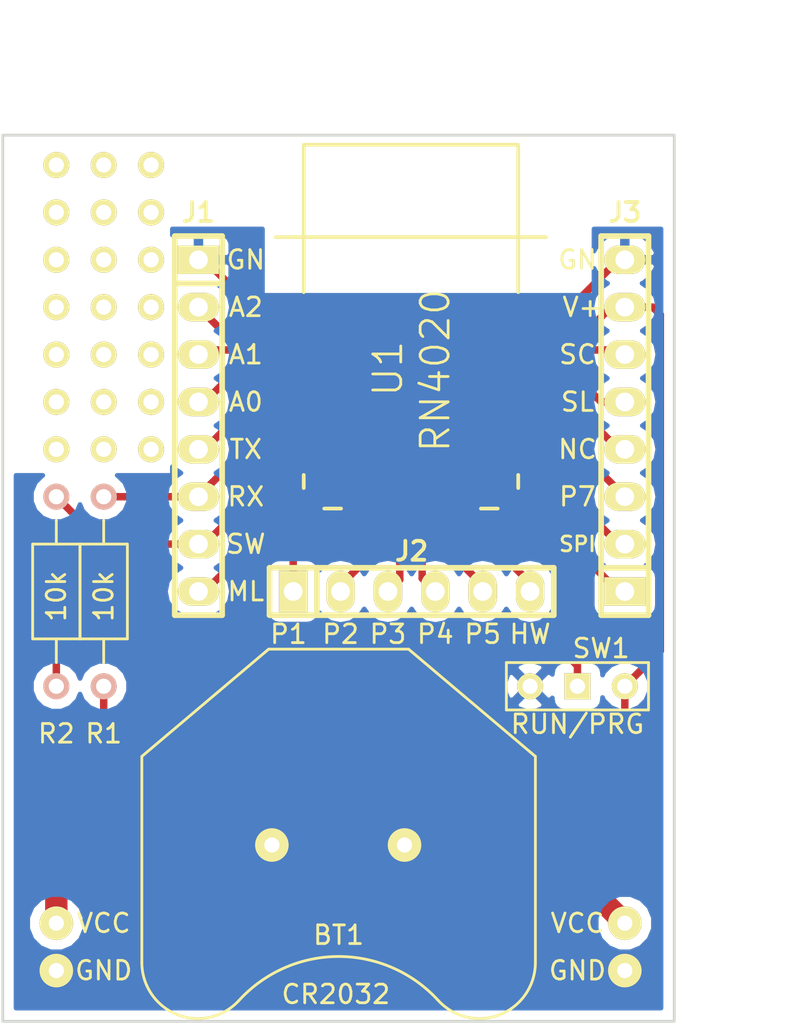
<source format=kicad_pcb>
(kicad_pcb (version 4) (host pcbnew 4.0.4-stable)

  (general
    (links 38)
    (no_connects 6)
    (area 99.924999 93.26 147.22 151.533099)
    (thickness 1.6)
    (drawings 35)
    (tracks 115)
    (zones 0)
    (modules 35)
    (nets 23)
  )

  (page A4)
  (layers
    (0 F.Cu signal)
    (31 B.Cu signal)
    (32 B.Adhes user)
    (33 F.Adhes user)
    (34 B.Paste user)
    (35 F.Paste user)
    (36 B.SilkS user)
    (37 F.SilkS user)
    (38 B.Mask user)
    (39 F.Mask user)
    (40 Dwgs.User user)
    (41 Cmts.User user)
    (42 Eco1.User user)
    (43 Eco2.User user)
    (44 Edge.Cuts user)
    (45 Margin user)
    (46 B.CrtYd user)
    (47 F.CrtYd user)
    (48 B.Fab user)
    (49 F.Fab user)
  )

  (setup
    (last_trace_width 0.4)
    (trace_clearance 0.2)
    (zone_clearance 0.508)
    (zone_45_only no)
    (trace_min 0.2)
    (segment_width 0.2)
    (edge_width 0.15)
    (via_size 0.8)
    (via_drill 0.4)
    (via_min_size 0.8)
    (via_min_drill 0.4)
    (uvia_size 0.3)
    (uvia_drill 0.1)
    (uvias_allowed no)
    (uvia_min_size 0.2)
    (uvia_min_drill 0.1)
    (pcb_text_width 0.3)
    (pcb_text_size 1.5 1.5)
    (mod_edge_width 0.15)
    (mod_text_size 1 1)
    (mod_text_width 0.15)
    (pad_size 1.397 1.397)
    (pad_drill 0.8128)
    (pad_to_mask_clearance 0.2)
    (aux_axis_origin 100 147.5)
    (visible_elements FFFFFF7F)
    (pcbplotparams
      (layerselection 0x010f0_80000001)
      (usegerberextensions true)
      (excludeedgelayer false)
      (linewidth 0.100000)
      (plotframeref false)
      (viasonmask false)
      (mode 1)
      (useauxorigin false)
      (hpglpennumber 1)
      (hpglpenspeed 20)
      (hpglpendiameter 15)
      (hpglpenoverlay 2)
      (psnegative false)
      (psa4output false)
      (plotreference true)
      (plotvalue true)
      (plotinvisibletext false)
      (padsonsilk true)
      (subtractmaskfromsilk false)
      (outputformat 1)
      (mirror false)
      (drillshape 0)
      (scaleselection 1)
      (outputdirectory garber))
  )

  (net 0 "")
  (net 1 GND)
  (net 2 VCC)
  (net 3 "Net-(J1-Pad2)")
  (net 4 "Net-(J1-Pad3)")
  (net 5 "Net-(J1-Pad4)")
  (net 6 "Net-(J1-Pad5)")
  (net 7 "Net-(J1-Pad6)")
  (net 8 "Net-(J1-Pad7)")
  (net 9 "Net-(J1-Pad8)")
  (net 10 "Net-(J2-Pad1)")
  (net 11 "Net-(J2-Pad2)")
  (net 12 "Net-(J2-Pad3)")
  (net 13 "Net-(J2-Pad4)")
  (net 14 "Net-(J2-Pad5)")
  (net 15 "Net-(J2-Pad6)")
  (net 16 "Net-(J3-Pad1)")
  (net 17 "Net-(J3-Pad2)")
  (net 18 "Net-(J3-Pad3)")
  (net 19 "Net-(J3-Pad4)")
  (net 20 "Net-(J3-Pad5)")
  (net 21 "Net-(J3-Pad6)")
  (net 22 "Net-(R2-Pad2)")

  (net_class Default "これは標準のネット クラスです。"
    (clearance 0.2)
    (trace_width 0.4)
    (via_dia 0.8)
    (via_drill 0.4)
    (uvia_dia 0.3)
    (uvia_drill 0.1)
    (add_net "Net-(J1-Pad2)")
    (add_net "Net-(J1-Pad3)")
    (add_net "Net-(J1-Pad4)")
    (add_net "Net-(J1-Pad5)")
    (add_net "Net-(J1-Pad6)")
    (add_net "Net-(J1-Pad7)")
    (add_net "Net-(J1-Pad8)")
    (add_net "Net-(J2-Pad1)")
    (add_net "Net-(J2-Pad2)")
    (add_net "Net-(J2-Pad3)")
    (add_net "Net-(J2-Pad4)")
    (add_net "Net-(J2-Pad5)")
    (add_net "Net-(J2-Pad6)")
    (add_net "Net-(J3-Pad1)")
    (add_net "Net-(J3-Pad2)")
    (add_net "Net-(J3-Pad3)")
    (add_net "Net-(J3-Pad4)")
    (add_net "Net-(J3-Pad5)")
    (add_net "Net-(J3-Pad6)")
    (add_net "Net-(R2-Pad2)")
  )

  (net_class Beta ""
    (clearance 0.2)
    (trace_width 1.2)
    (via_dia 0.8)
    (via_drill 0.4)
    (uvia_dia 0.3)
    (uvia_drill 0.1)
  )

  (net_class Bold ""
    (clearance 0.2)
    (trace_width 0.4)
    (via_dia 0.8)
    (via_drill 0.4)
    (uvia_dia 0.3)
    (uvia_drill 0.1)
    (add_net GND)
    (add_net VCC)
  )

  (module kicad_libs:via (layer F.Cu) (tedit 57E1F7FF) (tstamp 57E1FA7B)
    (at 102.87 116.84)
    (fp_text reference "" (at 0 0.5) (layer F.SilkS) hide
      (effects (font (size 0.127 0.127) (thickness 0.03175)))
    )
    (fp_text value "" (at 0 -0.5) (layer F.Fab)
      (effects (font (size 0.127 0.127) (thickness 0.03175)))
    )
    (pad "" thru_hole circle (at 0 0) (size 1.397 1.397) (drill 0.8128) (layers *.Cu *.Mask F.SilkS)
      (solder_mask_margin -0.000001) (clearance -0.000001) (zone_connect 2))
  )

  (module kicad_libs:via (layer F.Cu) (tedit 57E1F7FF) (tstamp 57E1F89C)
    (at 105.41 116.84)
    (fp_text reference "" (at 0 0.5) (layer F.SilkS) hide
      (effects (font (size 0.127 0.127) (thickness 0.03175)))
    )
    (fp_text value "" (at 0 -0.5) (layer F.Fab)
      (effects (font (size 0.127 0.127) (thickness 0.03175)))
    )
    (pad "" thru_hole circle (at 0 0) (size 1.397 1.397) (drill 0.8128) (layers *.Cu *.Mask F.SilkS)
      (solder_mask_margin -0.000001) (clearance -0.000001) (zone_connect 2))
  )

  (module kicad_libs:via (layer F.Cu) (tedit 57E1F7FF) (tstamp 57E1F898)
    (at 107.95 116.84)
    (fp_text reference "" (at 0 0.5) (layer F.SilkS) hide
      (effects (font (size 0.127 0.127) (thickness 0.03175)))
    )
    (fp_text value "" (at 0 -0.5) (layer F.Fab)
      (effects (font (size 0.127 0.127) (thickness 0.03175)))
    )
    (pad "" thru_hole circle (at 0 0) (size 1.397 1.397) (drill 0.8128) (layers *.Cu *.Mask F.SilkS)
      (solder_mask_margin -0.000001) (clearance -0.000001) (zone_connect 2))
  )

  (module kicad_libs:via (layer F.Cu) (tedit 57E1F7FF) (tstamp 57E1F894)
    (at 107.95 114.3)
    (fp_text reference "" (at 0 0.5) (layer F.SilkS) hide
      (effects (font (size 0.127 0.127) (thickness 0.03175)))
    )
    (fp_text value "" (at 0 -0.5) (layer F.Fab)
      (effects (font (size 0.127 0.127) (thickness 0.03175)))
    )
    (pad "" thru_hole circle (at 0 0) (size 1.397 1.397) (drill 0.8128) (layers *.Cu *.Mask F.SilkS)
      (solder_mask_margin -0.000001) (clearance -0.000001) (zone_connect 2))
  )

  (module kicad_libs:via (layer F.Cu) (tedit 57E1F7FF) (tstamp 57E1F890)
    (at 105.41 114.3)
    (fp_text reference "" (at 0 0.5) (layer F.SilkS) hide
      (effects (font (size 0.127 0.127) (thickness 0.03175)))
    )
    (fp_text value "" (at 0 -0.5) (layer F.Fab)
      (effects (font (size 0.127 0.127) (thickness 0.03175)))
    )
    (pad "" thru_hole circle (at 0 0) (size 1.397 1.397) (drill 0.8128) (layers *.Cu *.Mask F.SilkS)
      (solder_mask_margin -0.000001) (clearance -0.000001) (zone_connect 2))
  )

  (module kicad_libs:via (layer F.Cu) (tedit 57E1F7FF) (tstamp 57E1F88C)
    (at 102.87 114.3)
    (fp_text reference "" (at 0 0.5) (layer F.SilkS) hide
      (effects (font (size 0.127 0.127) (thickness 0.03175)))
    )
    (fp_text value "" (at 0 -0.5) (layer F.Fab)
      (effects (font (size 0.127 0.127) (thickness 0.03175)))
    )
    (pad "" thru_hole circle (at 0 0) (size 1.397 1.397) (drill 0.8128) (layers *.Cu *.Mask F.SilkS)
      (solder_mask_margin -0.000001) (clearance -0.000001) (zone_connect 2))
  )

  (module kicad_libs:via (layer F.Cu) (tedit 57E1F7FF) (tstamp 57E1F888)
    (at 102.87 111.76)
    (fp_text reference "" (at 0 0.5) (layer F.SilkS) hide
      (effects (font (size 0.127 0.127) (thickness 0.03175)))
    )
    (fp_text value "" (at 0 -0.5) (layer F.Fab)
      (effects (font (size 0.127 0.127) (thickness 0.03175)))
    )
    (pad "" thru_hole circle (at 0 0) (size 1.397 1.397) (drill 0.8128) (layers *.Cu *.Mask F.SilkS)
      (solder_mask_margin -0.000001) (clearance -0.000001) (zone_connect 2))
  )

  (module kicad_libs:via (layer F.Cu) (tedit 57E1F7FF) (tstamp 57E1F884)
    (at 105.41 111.76)
    (fp_text reference "" (at 0 0.5) (layer F.SilkS) hide
      (effects (font (size 0.127 0.127) (thickness 0.03175)))
    )
    (fp_text value "" (at 0 -0.5) (layer F.Fab)
      (effects (font (size 0.127 0.127) (thickness 0.03175)))
    )
    (pad "" thru_hole circle (at 0 0) (size 1.397 1.397) (drill 0.8128) (layers *.Cu *.Mask F.SilkS)
      (solder_mask_margin -0.000001) (clearance -0.000001) (zone_connect 2))
  )

  (module kicad_libs:via (layer F.Cu) (tedit 57E1F7FF) (tstamp 57E1F880)
    (at 107.95 111.76)
    (fp_text reference "" (at 0 0.5) (layer F.SilkS) hide
      (effects (font (size 0.127 0.127) (thickness 0.03175)))
    )
    (fp_text value "" (at 0 -0.5) (layer F.Fab)
      (effects (font (size 0.127 0.127) (thickness 0.03175)))
    )
    (pad "" thru_hole circle (at 0 0) (size 1.397 1.397) (drill 0.8128) (layers *.Cu *.Mask F.SilkS)
      (solder_mask_margin -0.000001) (clearance -0.000001) (zone_connect 2))
  )

  (module kicad_libs:via (layer F.Cu) (tedit 57E1F7FF) (tstamp 57E1F87C)
    (at 107.95 109.22)
    (fp_text reference "" (at 0 0.5) (layer F.SilkS) hide
      (effects (font (size 0.127 0.127) (thickness 0.03175)))
    )
    (fp_text value "" (at 0 -0.5) (layer F.Fab)
      (effects (font (size 0.127 0.127) (thickness 0.03175)))
    )
    (pad "" thru_hole circle (at 0 0) (size 1.397 1.397) (drill 0.8128) (layers *.Cu *.Mask F.SilkS)
      (solder_mask_margin -0.000001) (clearance -0.000001) (zone_connect 2))
  )

  (module kicad_libs:via (layer F.Cu) (tedit 57E1F7FF) (tstamp 57E1F878)
    (at 105.41 109.22)
    (fp_text reference "" (at 0 0.5) (layer F.SilkS) hide
      (effects (font (size 0.127 0.127) (thickness 0.03175)))
    )
    (fp_text value "" (at 0 -0.5) (layer F.Fab)
      (effects (font (size 0.127 0.127) (thickness 0.03175)))
    )
    (pad "" thru_hole circle (at 0 0) (size 1.397 1.397) (drill 0.8128) (layers *.Cu *.Mask F.SilkS)
      (solder_mask_margin -0.000001) (clearance -0.000001) (zone_connect 2))
  )

  (module kicad_libs:via (layer F.Cu) (tedit 57E1F7FF) (tstamp 57E1F874)
    (at 102.87 109.22)
    (fp_text reference "" (at 0 0.5) (layer F.SilkS) hide
      (effects (font (size 0.127 0.127) (thickness 0.03175)))
    )
    (fp_text value "" (at 0 -0.5) (layer F.Fab)
      (effects (font (size 0.127 0.127) (thickness 0.03175)))
    )
    (pad "" thru_hole circle (at 0 0) (size 1.397 1.397) (drill 0.8128) (layers *.Cu *.Mask F.SilkS)
      (solder_mask_margin -0.000001) (clearance -0.000001) (zone_connect 2))
  )

  (module kicad_libs:via (layer F.Cu) (tedit 57E1F7FF) (tstamp 57E1F870)
    (at 102.87 106.68)
    (fp_text reference "" (at 0 0.5) (layer F.SilkS) hide
      (effects (font (size 0.127 0.127) (thickness 0.03175)))
    )
    (fp_text value "" (at 0 -0.5) (layer F.Fab)
      (effects (font (size 0.127 0.127) (thickness 0.03175)))
    )
    (pad "" thru_hole circle (at 0 0) (size 1.397 1.397) (drill 0.8128) (layers *.Cu *.Mask F.SilkS)
      (solder_mask_margin -0.000001) (clearance -0.000001) (zone_connect 2))
  )

  (module kicad_libs:via (layer F.Cu) (tedit 57E1F7FF) (tstamp 57E1F86C)
    (at 105.41 106.68)
    (fp_text reference "" (at 0 0.5) (layer F.SilkS) hide
      (effects (font (size 0.127 0.127) (thickness 0.03175)))
    )
    (fp_text value "" (at 0 -0.5) (layer F.Fab)
      (effects (font (size 0.127 0.127) (thickness 0.03175)))
    )
    (pad "" thru_hole circle (at 0 0) (size 1.397 1.397) (drill 0.8128) (layers *.Cu *.Mask F.SilkS)
      (solder_mask_margin -0.000001) (clearance -0.000001) (zone_connect 2))
  )

  (module kicad_libs:via (layer F.Cu) (tedit 57E1F7FF) (tstamp 57E1F868)
    (at 107.95 106.68)
    (fp_text reference "" (at 0 0.5) (layer F.SilkS) hide
      (effects (font (size 0.127 0.127) (thickness 0.03175)))
    )
    (fp_text value "" (at 0 -0.5) (layer F.Fab)
      (effects (font (size 0.127 0.127) (thickness 0.03175)))
    )
    (pad "" thru_hole circle (at 0 0) (size 1.397 1.397) (drill 0.8128) (layers *.Cu *.Mask F.SilkS)
      (solder_mask_margin -0.000001) (clearance -0.000001) (zone_connect 2))
  )

  (module kicad_libs:via (layer F.Cu) (tedit 57E1F7FF) (tstamp 57E1F864)
    (at 107.95 104.14)
    (fp_text reference "" (at 0 0.5) (layer F.SilkS) hide
      (effects (font (size 0.127 0.127) (thickness 0.03175)))
    )
    (fp_text value "" (at 0 -0.5) (layer F.Fab)
      (effects (font (size 0.127 0.127) (thickness 0.03175)))
    )
    (pad "" thru_hole circle (at 0 0) (size 1.397 1.397) (drill 0.8128) (layers *.Cu *.Mask F.SilkS)
      (solder_mask_margin -0.000001) (clearance -0.000001) (zone_connect 2))
  )

  (module kicad_libs:via (layer F.Cu) (tedit 57E1F7FF) (tstamp 57E1F860)
    (at 105.41 104.14)
    (fp_text reference "" (at 0 0.5) (layer F.SilkS) hide
      (effects (font (size 0.127 0.127) (thickness 0.03175)))
    )
    (fp_text value "" (at 0 -0.5) (layer F.Fab)
      (effects (font (size 0.127 0.127) (thickness 0.03175)))
    )
    (pad "" thru_hole circle (at 0 0) (size 1.397 1.397) (drill 0.8128) (layers *.Cu *.Mask F.SilkS)
      (solder_mask_margin -0.000001) (clearance -0.000001) (zone_connect 2))
  )

  (module kicad_libs:via (layer F.Cu) (tedit 57E1F7FF) (tstamp 57E1F859)
    (at 102.87 104.14)
    (fp_text reference "" (at 0 0.5) (layer F.SilkS) hide
      (effects (font (size 0.127 0.127) (thickness 0.03175)))
    )
    (fp_text value "" (at 0 -0.5) (layer F.Fab)
      (effects (font (size 0.127 0.127) (thickness 0.03175)))
    )
    (pad "" thru_hole circle (at 0 0) (size 1.397 1.397) (drill 0.8128) (layers *.Cu *.Mask F.SilkS)
      (solder_mask_margin -0.000001) (clearance -0.000001) (zone_connect 2))
  )

  (module kicad_libs:via (layer F.Cu) (tedit 57E1F7FF) (tstamp 57E1F815)
    (at 105.41 101.6)
    (fp_text reference "" (at 0 0.5) (layer F.SilkS) hide
      (effects (font (size 0.127 0.127) (thickness 0.03175)))
    )
    (fp_text value "" (at 0 -0.5) (layer F.Fab)
      (effects (font (size 0.127 0.127) (thickness 0.03175)))
    )
    (pad "" thru_hole circle (at 0 0) (size 1.397 1.397) (drill 0.8128) (layers *.Cu *.Mask F.SilkS)
      (solder_mask_margin -0.000001) (clearance -0.000001) (zone_connect 2))
  )

  (module kicad_libs:via (layer F.Cu) (tedit 57E1E1D6) (tstamp 57E61A91)
    (at 121.539 138.049)
    (fp_text reference "" (at 0 0.5) (layer F.SilkS) hide
      (effects (font (size 0.127 0.127) (thickness 0.03175)))
    )
    (fp_text value "" (at 0 -0.5) (layer F.Fab)
      (effects (font (size 0.127 0.127) (thickness 0.03175)))
    )
    (pad "" thru_hole circle (at 0 0) (size 1.8 1.8) (drill 0.8128) (layers *.Cu *.Mask F.SilkS)
      (net 1 GND) (solder_mask_margin -0.000001) (clearance -0.000001) (zone_connect 2))
  )

  (module kicad_libs:via (layer F.Cu) (tedit 57E1E1B8) (tstamp 57E61A8C)
    (at 114.427 138.049)
    (fp_text reference "" (at 0 0.5) (layer F.SilkS) hide
      (effects (font (size 0.127 0.127) (thickness 0.03175)))
    )
    (fp_text value "" (at 0 -0.5) (layer F.Fab)
      (effects (font (size 0.127 0.127) (thickness 0.03175)))
    )
    (pad "" thru_hole circle (at 0 0) (size 1.8 1.8) (drill 0.8128) (layers *.Cu *.Mask F.SilkS)
      (net 1 GND) (solder_mask_margin -0.000001) (clearance -0.000001) (zone_connect 2))
  )

  (module kicad_libs:via (layer F.Cu) (tedit 57E1E24A) (tstamp 57E61A87)
    (at 133.35 144.78)
    (fp_text reference "" (at 0 0.5) (layer F.SilkS) hide
      (effects (font (size 0.127 0.127) (thickness 0.03175)))
    )
    (fp_text value "" (at 0 -0.5) (layer F.Fab)
      (effects (font (size 0.127 0.127) (thickness 0.03175)))
    )
    (pad "" thru_hole circle (at 0 0) (size 1.8 1.8) (drill 0.8128) (layers *.Cu *.Mask F.SilkS)
      (net 1 GND) (solder_mask_margin -0.000001) (clearance -0.000001) (zone_connect 2))
  )

  (module kicad_libs:via (layer F.Cu) (tedit 57E1E240) (tstamp 57E61A82)
    (at 133.35 142.24)
    (fp_text reference "" (at 0 0.5) (layer F.SilkS) hide
      (effects (font (size 0.127 0.127) (thickness 0.03175)))
    )
    (fp_text value "" (at 0 -0.5) (layer F.Fab)
      (effects (font (size 0.127 0.127) (thickness 0.03175)))
    )
    (pad "" thru_hole circle (at 0 0) (size 1.8 1.8) (drill 0.8128) (layers *.Cu *.Mask F.SilkS)
      (net 2 VCC) (solder_mask_margin -0.000001) (clearance -0.000001) (zone_connect 2))
  )

  (module kicad_libs:via (layer F.Cu) (tedit 57E1E236) (tstamp 57E61A63)
    (at 102.87 144.78)
    (fp_text reference "" (at 0 0.5) (layer F.SilkS) hide
      (effects (font (size 0.127 0.127) (thickness 0.03175)))
    )
    (fp_text value "" (at 0 -0.5) (layer F.Fab)
      (effects (font (size 0.127 0.127) (thickness 0.03175)))
    )
    (pad "" thru_hole circle (at 0 0) (size 1.8 1.8) (drill 0.8128) (layers *.Cu *.Mask F.SilkS)
      (net 1 GND) (solder_mask_margin -0.000001) (clearance -0.000001) (zone_connect 2))
  )

  (module kicad_libs:via (layer F.Cu) (tedit 57E1E22B) (tstamp 57E61A5E)
    (at 102.87 142.24)
    (fp_text reference "" (at 0 0.5) (layer F.SilkS) hide
      (effects (font (size 0.127 0.127) (thickness 0.03175)))
    )
    (fp_text value "" (at 0 -0.5) (layer F.Fab)
      (effects (font (size 0.127 0.127) (thickness 0.03175)))
    )
    (pad "" thru_hole circle (at 0 0) (size 1.8 1.8) (drill 0.8128) (layers *.Cu *.Mask F.SilkS)
      (net 2 VCC) (solder_mask_margin -0.000001) (clearance -0.000001) (zone_connect 2))
  )

  (module kicad_libs:BC-2001 (layer F.Cu) (tedit 57E1D6B7) (tstamp 57E10F68)
    (at 118 138 180)
    (path /57E10051)
    (fp_text reference BT1 (at -0.005 -4.875 180) (layer F.SilkS)
      (effects (font (size 1 1) (thickness 0.15)))
    )
    (fp_text value CR2032 (at -0.005 -8.05 180) (layer F.Fab) hide
      (effects (font (size 1 1) (thickness 0.15)))
    )
    (fp_line (start -10.555 4.7) (end -3.755 10.45) (layer F.SilkS) (width 0.15))
    (fp_line (start 3.745 10.45) (end 10.545 4.7) (layer F.SilkS) (width 0.15))
    (fp_arc (start -0.005 -13.258098) (end -5.345 -8.38) (angle -95.2) (layer F.SilkS) (width 0.15))
    (fp_arc (start 7.545 -6.35) (end 10.545 -6.35) (angle -137.6) (layer F.SilkS) (width 0.15))
    (fp_arc (start -7.555 -6.35) (end -10.555 -6.35) (angle 137.6) (layer F.SilkS) (width 0.15))
    (fp_line (start -3.755 10.45) (end 3.745 10.45) (layer F.SilkS) (width 0.15))
    (fp_line (start 10.545 4.7) (end 10.545 -6.35) (layer F.SilkS) (width 0.15))
    (fp_line (start -10.555 -6.35) (end -10.555 4.7) (layer F.SilkS) (width 0.15))
    (pad 1 smd rect (at 13.145 0 180) (size 5.2 5.2) (layers F.Cu F.Paste F.Mask)
      (net 2 VCC))
    (pad 1 smd rect (at -13.155 0 180) (size 5.2 5.2) (layers F.Cu F.Paste F.Mask)
      (net 2 VCC))
    (pad 2 smd rect (at -0.005 0 180) (size 4 4) (layers F.Cu F.Paste F.Mask)
      (net 1 GND))
  )

  (module Resistors_ThroughHole:Resistor_Horizontal_RM10mm (layer F.Cu) (tedit 57E1D821) (tstamp 57E10FA9)
    (at 105.41 129.54 90)
    (descr "Resistor, Axial,  RM 10mm, 1/3W")
    (tags "Resistor Axial RM 10mm 1/3W")
    (path /57E1075D)
    (fp_text reference R1 (at -2.54 0 180) (layer F.SilkS)
      (effects (font (size 1 1) (thickness 0.15)))
    )
    (fp_text value 10k (at 5.08 0 90) (layer F.Fab) hide
      (effects (font (size 1 1) (thickness 0.15)))
    )
    (fp_line (start -1.25 -1.5) (end 11.4 -1.5) (layer F.CrtYd) (width 0.05))
    (fp_line (start -1.25 1.5) (end -1.25 -1.5) (layer F.CrtYd) (width 0.05))
    (fp_line (start 11.4 -1.5) (end 11.4 1.5) (layer F.CrtYd) (width 0.05))
    (fp_line (start -1.25 1.5) (end 11.4 1.5) (layer F.CrtYd) (width 0.05))
    (fp_line (start 2.54 -1.27) (end 7.62 -1.27) (layer F.SilkS) (width 0.15))
    (fp_line (start 7.62 -1.27) (end 7.62 1.27) (layer F.SilkS) (width 0.15))
    (fp_line (start 7.62 1.27) (end 2.54 1.27) (layer F.SilkS) (width 0.15))
    (fp_line (start 2.54 1.27) (end 2.54 -1.27) (layer F.SilkS) (width 0.15))
    (fp_line (start 2.54 0) (end 1.27 0) (layer F.SilkS) (width 0.15))
    (fp_line (start 7.62 0) (end 8.89 0) (layer F.SilkS) (width 0.15))
    (pad 1 thru_hole circle (at 0 0 90) (size 1.397 1.397) (drill 0.8128) (layers *.Cu *.SilkS *.Mask)
      (net 2 VCC))
    (pad 2 thru_hole circle (at 10.16 0 90) (size 1.397 1.397) (drill 0.8128) (layers *.Cu *.SilkS *.Mask)
      (net 7 "Net-(J1-Pad6)"))
    (model Resistors_ThroughHole.3dshapes/Resistor_Horizontal_RM10mm.wrl
      (at (xyz 0.2 0 0))
      (scale (xyz 0.4 0.4 0.4))
      (rotate (xyz 0 0 0))
    )
  )

  (module nosuz:RN4020 (layer F.Cu) (tedit 57E176AC) (tstamp 57E10E6B)
    (at 116.135 120.015)
    (path /57E10432)
    (fp_text reference U1 (at 4.515 -7.5 90) (layer F.SilkS)
      (effects (font (size 1.5 1.5) (thickness 0.15)))
    )
    (fp_text value RN4020 (at 7.055 -7.4 90) (layer F.SilkS)
      (effects (font (size 1.5 1.5) (thickness 0.15)))
    )
    (fp_line (start 1.5 -1.9) (end 0 0) (layer F.CrtYd) (width 0.15))
    (fp_line (start 0 -1.9) (end 1.5 0) (layer F.CrtYd) (width 0.15))
    (fp_line (start 10 -1.9) (end 11.5 0) (layer F.CrtYd) (width 0.15))
    (fp_line (start 10 0) (end 11.5 -1.9) (layer F.CrtYd) (width 0.15))
    (fp_line (start 10 -13.6) (end 11.5 -11.8) (layer F.CrtYd) (width 0.15))
    (fp_line (start 10 -11.8) (end 11.5 -13.6) (layer F.CrtYd) (width 0.15))
    (fp_line (start 0 -13.6) (end 1.5 -11.8) (layer F.CrtYd) (width 0.15))
    (fp_line (start 0 -11.8) (end 1.5 -13.6) (layer F.CrtYd) (width 0.15))
    (fp_line (start 0 -13.6) (end 1.5 -13.6) (layer F.CrtYd) (width 0.15))
    (fp_line (start 0 -11.8) (end 1.5 -11.8) (layer F.CrtYd) (width 0.15))
    (fp_line (start 1.5 -13.6) (end 1.5 -11.8) (layer F.CrtYd) (width 0.15))
    (fp_line (start 0 -13.6) (end 0 -11.8) (layer F.CrtYd) (width 0.15))
    (fp_line (start 10 -13.6) (end 11.5 -13.6) (layer F.CrtYd) (width 0.15))
    (fp_line (start 10 -11.8) (end 11.5 -11.8) (layer F.CrtYd) (width 0.15))
    (fp_line (start 11.5 -13.6) (end 11.5 -11.8) (layer F.CrtYd) (width 0.15))
    (fp_line (start 10 -13.6) (end 10 -11.8) (layer F.CrtYd) (width 0.15))
    (fp_line (start 10 -1.9) (end 11.5 -1.9) (layer F.CrtYd) (width 0.15))
    (fp_line (start 11.5 -1.9) (end 11.5 0) (layer F.CrtYd) (width 0.15))
    (fp_line (start 11.5 0) (end 10 0) (layer F.CrtYd) (width 0.15))
    (fp_line (start 10 0) (end 10 -1.9) (layer F.CrtYd) (width 0.15))
    (fp_line (start 1.5 -1.9) (end 1.5 0) (layer F.CrtYd) (width 0.15))
    (fp_line (start 1.5 0) (end 0 0) (layer F.CrtYd) (width 0.15))
    (fp_line (start 0 0) (end 0 -1.9) (layer F.CrtYd) (width 0.15))
    (fp_line (start 0 -1.9) (end 1.5 -1.9) (layer F.CrtYd) (width 0.15))
    (fp_line (start 1.85 -14.55) (end 4.05 -12.95) (layer F.CrtYd) (width 0.15))
    (fp_line (start 1.85 -12.95) (end 4.05 -14.55) (layer F.CrtYd) (width 0.15))
    (fp_line (start 1.85 -14.55) (end 4.05 -14.55) (layer F.CrtYd) (width 0.15))
    (fp_line (start -2 -20.5) (end 13.5 -20.5) (layer F.CrtYd) (width 0.15))
    (fp_line (start 13.5 -20.5) (end 13.5 1.5) (layer F.CrtYd) (width 0.15))
    (fp_line (start 13.5 1.5) (end -2 1.5) (layer F.CrtYd) (width 0.15))
    (fp_line (start -2 1.5) (end -2 -20.5) (layer F.CrtYd) (width 0.15))
    (fp_line (start 1.85 -14.55) (end 1.85 -12.95) (layer F.CrtYd) (width 0.15))
    (fp_line (start 1.85 -12.95) (end 4.05 -12.95) (layer F.CrtYd) (width 0.15))
    (fp_line (start 4.05 -12.95) (end 4.05 -14.55) (layer F.CrtYd) (width 0.15))
    (fp_line (start -1.5 -14.55) (end 13 -14.55) (layer F.SilkS) (width 0.2))
    (fp_line (start 9.5 0) (end 10.4 0) (layer F.SilkS) (width 0.2))
    (fp_line (start 1.1 0) (end 2 0) (layer F.SilkS) (width 0.2))
    (fp_line (start 0 -1.8) (end 0 -1.1) (layer F.SilkS) (width 0.2))
    (fp_line (start 11.5 -1.8) (end 11.5 -1.1) (layer F.SilkS) (width 0.2))
    (fp_line (start 11.5 -11.6) (end 11.5 -19.5) (layer F.SilkS) (width 0.2))
    (fp_line (start 11.5 -19.5) (end 0 -19.5) (layer F.SilkS) (width 0.2))
    (fp_line (start 0 -19.5) (end 0 -11.6) (layer F.SilkS) (width 0.2))
    (pad 1 smd rect (at 0 -10.9) (size 2 0.8) (layers F.Cu F.Paste F.Mask)
      (net 1 GND))
    (pad 2 smd rect (at 0 -9.7) (size 2 0.8) (layers F.Cu F.Paste F.Mask)
      (net 3 "Net-(J1-Pad2)"))
    (pad 3 smd rect (at 0 -8.5) (size 2 0.8) (layers F.Cu F.Paste F.Mask)
      (net 4 "Net-(J1-Pad3)"))
    (pad 4 smd rect (at 0 -7.3) (size 2 0.8) (layers F.Cu F.Paste F.Mask)
      (net 5 "Net-(J1-Pad4)"))
    (pad 5 smd rect (at 0 -6.1) (size 2 0.8) (layers F.Cu F.Paste F.Mask)
      (net 6 "Net-(J1-Pad5)"))
    (pad 6 smd rect (at 0 -4.9) (size 2 0.8) (layers F.Cu F.Paste F.Mask)
      (net 7 "Net-(J1-Pad6)"))
    (pad 7 smd rect (at 0 -3.7) (size 2 0.8) (layers F.Cu F.Paste F.Mask)
      (net 8 "Net-(J1-Pad7)"))
    (pad 8 smd rect (at 0 -2.5) (size 2 0.8) (layers F.Cu F.Paste F.Mask)
      (net 9 "Net-(J1-Pad8)"))
    (pad 9 smd circle (at 0 0) (size 1.6 1.6) (layers F.Cu F.Paste F.Mask))
    (pad 10 smd rect (at 2.75 0) (size 0.8 2) (layers F.Cu F.Paste F.Mask)
      (net 10 "Net-(J2-Pad1)"))
    (pad 11 smd rect (at 3.95 0) (size 0.8 2) (layers F.Cu F.Paste F.Mask)
      (net 11 "Net-(J2-Pad2)"))
    (pad 12 smd rect (at 5.15 0) (size 0.8 2) (layers F.Cu F.Paste F.Mask)
      (net 12 "Net-(J2-Pad3)"))
    (pad 13 smd rect (at 6.35 0) (size 0.8 2) (layers F.Cu F.Paste F.Mask)
      (net 13 "Net-(J2-Pad4)"))
    (pad 14 smd rect (at 7.55 0) (size 0.8 2) (layers F.Cu F.Paste F.Mask)
      (net 14 "Net-(J2-Pad5)"))
    (pad 15 smd rect (at 8.75 0) (size 0.8 2) (layers F.Cu F.Paste F.Mask)
      (net 15 "Net-(J2-Pad6)"))
    (pad 16 smd circle (at 11.5 0) (size 1.6 1.6) (layers F.Cu F.Paste F.Mask))
    (pad 17 smd rect (at 11.5 -2.5) (size 2 0.8) (layers F.Cu F.Paste F.Mask)
      (net 16 "Net-(J3-Pad1)"))
    (pad 18 smd rect (at 11.5 -3.7) (size 2 0.8) (layers F.Cu F.Paste F.Mask)
      (net 17 "Net-(J3-Pad2)"))
    (pad 19 smd rect (at 11.5 -4.9) (size 2 0.8) (layers F.Cu F.Paste F.Mask)
      (net 18 "Net-(J3-Pad3)"))
    (pad 20 smd rect (at 11.5 -6.1) (size 2 0.8) (layers F.Cu F.Paste F.Mask)
      (net 19 "Net-(J3-Pad4)"))
    (pad 21 smd rect (at 11.5 -7.3) (size 2 0.8) (layers F.Cu F.Paste F.Mask)
      (net 20 "Net-(J3-Pad5)"))
    (pad 22 smd rect (at 11.5 -8.5) (size 2 0.8) (layers F.Cu F.Paste F.Mask)
      (net 21 "Net-(J3-Pad6)"))
    (pad 23 smd rect (at 11.5 -9.7) (size 2 0.8) (layers F.Cu F.Paste F.Mask)
      (net 2 VCC))
    (pad 24 smd rect (at 11.5 -10.9) (size 2 0.8) (layers F.Cu F.Paste F.Mask)
      (net 1 GND))
  )

  (module w_pin_strip:pin_socket_8 (layer F.Cu) (tedit 0) (tstamp 57E10F79)
    (at 110.49 115.57 270)
    (descr "Pin socket 8pin")
    (tags "CONN DEV")
    (path /57E10586)
    (fp_text reference J1 (at -11.43 0 360) (layer F.SilkS)
      (effects (font (size 1.016 1.016) (thickness 0.2032)))
    )
    (fp_text value HEADER_8 (at 0.254 -3.556 270) (layer F.SilkS) hide
      (effects (font (size 1.016 0.889) (thickness 0.2032)))
    )
    (fp_line (start -7.62 -1.27) (end -7.62 1.27) (layer F.SilkS) (width 0.3048))
    (fp_line (start -10.16 -1.27) (end 10.16 -1.27) (layer F.SilkS) (width 0.3048))
    (fp_line (start 10.16 -1.27) (end 10.16 1.27) (layer F.SilkS) (width 0.3048))
    (fp_line (start 10.16 1.27) (end -10.16 1.27) (layer F.SilkS) (width 0.3048))
    (fp_line (start -10.16 1.27) (end -10.16 -1.27) (layer F.SilkS) (width 0.3048))
    (pad 1 thru_hole rect (at -8.89 0 270) (size 1.524 2.19964) (drill 1.00076) (layers *.Cu *.Mask F.SilkS)
      (net 1 GND))
    (pad 2 thru_hole oval (at -6.35 0 270) (size 1.524 2.19964) (drill 1.00076) (layers *.Cu *.Mask F.SilkS)
      (net 3 "Net-(J1-Pad2)"))
    (pad 3 thru_hole oval (at -3.81 0 270) (size 1.524 2.19964) (drill 1.00076) (layers *.Cu *.Mask F.SilkS)
      (net 4 "Net-(J1-Pad3)"))
    (pad 4 thru_hole oval (at -1.27 0 270) (size 1.524 2.19964) (drill 1.00076) (layers *.Cu *.Mask F.SilkS)
      (net 5 "Net-(J1-Pad4)"))
    (pad 5 thru_hole oval (at 1.27 0 270) (size 1.524 2.19964) (drill 1.00076) (layers *.Cu *.Mask F.SilkS)
      (net 6 "Net-(J1-Pad5)"))
    (pad 6 thru_hole oval (at 3.81 0 270) (size 1.524 2.19964) (drill 1.00076) (layers *.Cu *.Mask F.SilkS)
      (net 7 "Net-(J1-Pad6)"))
    (pad 7 thru_hole oval (at 6.35 0 270) (size 1.524 2.19964) (drill 1.00076) (layers *.Cu *.Mask F.SilkS)
      (net 8 "Net-(J1-Pad7)"))
    (pad 8 thru_hole oval (at 8.89 0 270) (size 1.524 2.19964) (drill 1.00076) (layers *.Cu *.Mask F.SilkS)
      (net 9 "Net-(J1-Pad8)"))
    (model walter/pin_strip/pin_socket_8.wrl
      (at (xyz 0 0 0))
      (scale (xyz 1 1 1))
      (rotate (xyz 0 0 0))
    )
  )

  (module w_pin_strip:pin_socket_6 (layer F.Cu) (tedit 0) (tstamp 57E10F88)
    (at 121.92 124.46)
    (descr "Pin socket 6pin")
    (tags "CONN DEV")
    (path /57E10629)
    (fp_text reference J2 (at 0 -2.159) (layer F.SilkS)
      (effects (font (size 1.016 1.016) (thickness 0.2032)))
    )
    (fp_text value HEADER_6 (at 0.254 -3.556) (layer F.SilkS) hide
      (effects (font (size 1.016 0.889) (thickness 0.2032)))
    )
    (fp_line (start -5.08 -1.27) (end -5.08 1.27) (layer F.SilkS) (width 0.3048))
    (fp_line (start -7.62 1.27) (end -7.62 -1.27) (layer F.SilkS) (width 0.3048))
    (fp_line (start -7.62 -1.27) (end 7.62 -1.27) (layer F.SilkS) (width 0.3048))
    (fp_line (start 7.62 -1.27) (end 7.62 1.27) (layer F.SilkS) (width 0.3048))
    (fp_line (start 7.62 1.27) (end -7.62 1.27) (layer F.SilkS) (width 0.3048))
    (pad 1 thru_hole rect (at -6.35 0) (size 1.524 2.19964) (drill 1.00076) (layers *.Cu *.Mask F.SilkS)
      (net 10 "Net-(J2-Pad1)"))
    (pad 2 thru_hole oval (at -3.81 0) (size 1.524 2.19964) (drill 1.00076) (layers *.Cu *.Mask F.SilkS)
      (net 11 "Net-(J2-Pad2)"))
    (pad 3 thru_hole oval (at -1.27 0) (size 1.524 2.19964) (drill 1.00076) (layers *.Cu *.Mask F.SilkS)
      (net 12 "Net-(J2-Pad3)"))
    (pad 4 thru_hole oval (at 1.27 0) (size 1.524 2.19964) (drill 1.00076) (layers *.Cu *.Mask F.SilkS)
      (net 13 "Net-(J2-Pad4)"))
    (pad 5 thru_hole oval (at 3.81 0) (size 1.524 2.19964) (drill 1.00076) (layers *.Cu *.Mask F.SilkS)
      (net 14 "Net-(J2-Pad5)"))
    (pad 6 thru_hole oval (at 6.35 0) (size 1.524 2.19964) (drill 1.00076) (layers *.Cu *.Mask F.SilkS)
      (net 15 "Net-(J2-Pad6)"))
    (model walter/pin_strip/pin_socket_6.wrl
      (at (xyz 0 0 0))
      (scale (xyz 1 1 1))
      (rotate (xyz 0 0 0))
    )
  )

  (module w_pin_strip:pin_socket_8 (layer F.Cu) (tedit 0) (tstamp 57E10F99)
    (at 133.35 115.57 90)
    (descr "Pin socket 8pin")
    (tags "CONN DEV")
    (path /57E1054D)
    (fp_text reference J3 (at 11.43 0 180) (layer F.SilkS)
      (effects (font (size 1.016 1.016) (thickness 0.2032)))
    )
    (fp_text value HEADER_8 (at 0.254 -3.556 90) (layer F.SilkS) hide
      (effects (font (size 1.016 0.889) (thickness 0.2032)))
    )
    (fp_line (start -7.62 -1.27) (end -7.62 1.27) (layer F.SilkS) (width 0.3048))
    (fp_line (start -10.16 -1.27) (end 10.16 -1.27) (layer F.SilkS) (width 0.3048))
    (fp_line (start 10.16 -1.27) (end 10.16 1.27) (layer F.SilkS) (width 0.3048))
    (fp_line (start 10.16 1.27) (end -10.16 1.27) (layer F.SilkS) (width 0.3048))
    (fp_line (start -10.16 1.27) (end -10.16 -1.27) (layer F.SilkS) (width 0.3048))
    (pad 1 thru_hole rect (at -8.89 0 90) (size 1.524 2.19964) (drill 1.00076) (layers *.Cu *.Mask F.SilkS)
      (net 16 "Net-(J3-Pad1)"))
    (pad 2 thru_hole oval (at -6.35 0 90) (size 1.524 2.19964) (drill 1.00076) (layers *.Cu *.Mask F.SilkS)
      (net 17 "Net-(J3-Pad2)"))
    (pad 3 thru_hole oval (at -3.81 0 90) (size 1.524 2.19964) (drill 1.00076) (layers *.Cu *.Mask F.SilkS)
      (net 18 "Net-(J3-Pad3)"))
    (pad 4 thru_hole oval (at -1.27 0 90) (size 1.524 2.19964) (drill 1.00076) (layers *.Cu *.Mask F.SilkS)
      (net 19 "Net-(J3-Pad4)"))
    (pad 5 thru_hole oval (at 1.27 0 90) (size 1.524 2.19964) (drill 1.00076) (layers *.Cu *.Mask F.SilkS)
      (net 20 "Net-(J3-Pad5)"))
    (pad 6 thru_hole oval (at 3.81 0 90) (size 1.524 2.19964) (drill 1.00076) (layers *.Cu *.Mask F.SilkS)
      (net 21 "Net-(J3-Pad6)"))
    (pad 7 thru_hole oval (at 6.35 0 90) (size 1.524 2.19964) (drill 1.00076) (layers *.Cu *.Mask F.SilkS)
      (net 2 VCC))
    (pad 8 thru_hole oval (at 8.89 0 90) (size 1.524 2.19964) (drill 1.00076) (layers *.Cu *.Mask F.SilkS)
      (net 1 GND))
    (model walter/pin_strip/pin_socket_8.wrl
      (at (xyz 0 0 0))
      (scale (xyz 1 1 1))
      (rotate (xyz 0 0 0))
    )
  )

  (module Resistors_ThroughHole:Resistor_Horizontal_RM10mm (layer F.Cu) (tedit 57E1D7FA) (tstamp 57E10FB9)
    (at 102.87 119.38 270)
    (descr "Resistor, Axial,  RM 10mm, 1/3W")
    (tags "Resistor Axial RM 10mm 1/3W")
    (path /57E107A5)
    (fp_text reference R2 (at 12.7 0 360) (layer F.SilkS)
      (effects (font (size 1 1) (thickness 0.15)))
    )
    (fp_text value 10k (at 5.08 0 270) (layer F.Fab) hide
      (effects (font (size 1 1) (thickness 0.15)))
    )
    (fp_line (start -1.25 -1.5) (end 11.4 -1.5) (layer F.CrtYd) (width 0.05))
    (fp_line (start -1.25 1.5) (end -1.25 -1.5) (layer F.CrtYd) (width 0.05))
    (fp_line (start 11.4 -1.5) (end 11.4 1.5) (layer F.CrtYd) (width 0.05))
    (fp_line (start -1.25 1.5) (end 11.4 1.5) (layer F.CrtYd) (width 0.05))
    (fp_line (start 2.54 -1.27) (end 7.62 -1.27) (layer F.SilkS) (width 0.15))
    (fp_line (start 7.62 -1.27) (end 7.62 1.27) (layer F.SilkS) (width 0.15))
    (fp_line (start 7.62 1.27) (end 2.54 1.27) (layer F.SilkS) (width 0.15))
    (fp_line (start 2.54 1.27) (end 2.54 -1.27) (layer F.SilkS) (width 0.15))
    (fp_line (start 2.54 0) (end 1.27 0) (layer F.SilkS) (width 0.15))
    (fp_line (start 7.62 0) (end 8.89 0) (layer F.SilkS) (width 0.15))
    (pad 1 thru_hole circle (at 0 0 270) (size 1.397 1.397) (drill 0.8128) (layers *.Cu *.SilkS *.Mask)
      (net 8 "Net-(J1-Pad7)"))
    (pad 2 thru_hole circle (at 10.16 0 270) (size 1.397 1.397) (drill 0.8128) (layers *.Cu *.SilkS *.Mask)
      (net 22 "Net-(R2-Pad2)"))
    (model Resistors_ThroughHole.3dshapes/Resistor_Horizontal_RM10mm.wrl
      (at (xyz 0.2 0 0))
      (scale (xyz 0.4 0.4 0.4))
      (rotate (xyz 0 0 0))
    )
  )

  (module kicad_libs:SW_Micro_SPDT (layer F.Cu) (tedit 57E1D63B) (tstamp 57E10FC4)
    (at 130.81 129.54 180)
    (tags "Switch Micro SPDT")
    (path /57E109D2)
    (fp_text reference SW1 (at -1.27 2.032 180) (layer F.SilkS)
      (effects (font (size 1 1) (thickness 0.15)))
    )
    (fp_text value RUN/PRG (at 0 -2.09 180) (layer F.Fab) hide
      (effects (font (size 1 1) (thickness 0.15)))
    )
    (fp_line (start -3.81 1.27) (end -3.81 -1.27) (layer F.SilkS) (width 0.15))
    (fp_line (start -3.81 -1.27) (end 3.81 -1.27) (layer F.SilkS) (width 0.15))
    (fp_line (start 3.81 -1.27) (end 3.81 1.27) (layer F.SilkS) (width 0.15))
    (fp_line (start 3.81 1.27) (end -3.81 1.27) (layer F.SilkS) (width 0.15))
    (pad 1 thru_hole rect (at 0 0 180) (size 1.397 1.397) (drill 0.8128) (layers *.Cu *.Mask F.SilkS)
      (net 22 "Net-(R2-Pad2)"))
    (pad 2 thru_hole circle (at -2.54 0 180) (size 1.397 1.397) (drill 0.8128) (layers *.Cu *.Mask F.SilkS)
      (net 2 VCC))
    (pad 3 thru_hole circle (at 2.54 0 180) (size 1.397 1.397) (drill 0.8128) (layers *.Cu *.Mask F.SilkS)
      (net 1 GND))
    (model Buttons_Switches_ThroughHole.3dshapes/SW_Micro_SPST.wrl
      (at (xyz 0 0 0))
      (scale (xyz 0.33 0.33 0.33))
      (rotate (xyz 0 0 0))
    )
  )

  (module kicad_libs:via (layer F.Cu) (tedit 57E1F7FF) (tstamp 57E287E4)
    (at 102.87 101.6)
    (fp_text reference "" (at 0 0.5) (layer F.SilkS) hide
      (effects (font (size 0.127 0.127) (thickness 0.03175)))
    )
    (fp_text value "" (at 0 -0.5) (layer F.Fab)
      (effects (font (size 0.127 0.127) (thickness 0.03175)))
    )
    (pad "" thru_hole circle (at 0 0) (size 1.397 1.397) (drill 0.8128) (layers *.Cu *.Mask F.SilkS)
      (solder_mask_margin -0.000001) (clearance -0.000001) (zone_connect 2))
  )

  (module kicad_libs:via (layer F.Cu) (tedit 57E1F822) (tstamp 57E287F3)
    (at 107.95 101.6)
    (fp_text reference "" (at 0 0.5) (layer F.SilkS) hide
      (effects (font (size 0.127 0.127) (thickness 0.03175)))
    )
    (fp_text value "" (at 0 -0.5) (layer F.Fab)
      (effects (font (size 0.127 0.127) (thickness 0.03175)))
    )
    (pad "" thru_hole circle (at 0 0) (size 1.397 1.397) (drill 0.8128) (layers *.Cu *.Mask F.SilkS)
      (solder_mask_margin -0.000001) (clearance -0.000001) (zone_connect 2))
  )

  (gr_text GND (at 130.81 144.78) (layer F.SilkS) (tstamp 57E61E3B)
    (effects (font (size 1 1) (thickness 0.15)))
  )
  (gr_text VCC (at 130.81 142.24) (layer F.SilkS) (tstamp 57E61E39)
    (effects (font (size 1 1) (thickness 0.15)))
  )
  (gr_text GND (at 105.41 144.78) (layer F.SilkS) (tstamp 57E61E36)
    (effects (font (size 1 1) (thickness 0.15)))
  )
  (gr_text VCC (at 105.41 142.24) (layer F.SilkS) (tstamp 57E61E32)
    (effects (font (size 1 1) (thickness 0.15)))
  )
  (gr_text 10k (at 105.41 124.714 90) (layer F.SilkS) (tstamp 57E61A58)
    (effects (font (size 1 1) (thickness 0.15)))
  )
  (gr_text 10k (at 102.87 124.714 90) (layer F.SilkS) (tstamp 57E61A46)
    (effects (font (size 1 1) (thickness 0.15)))
  )
  (gr_text CR2032 (at 117.856 146.05) (layer F.SilkS)
    (effects (font (size 1 1) (thickness 0.15)))
  )
  (gr_text RUN/PRG (at 130.81 131.572) (layer F.SilkS)
    (effects (font (size 1 1) (thickness 0.15)))
  )
  (gr_text ML (at 113.03 124.46) (layer F.SilkS) (tstamp 57E619A0)
    (effects (font (size 1 1) (thickness 0.15)))
  )
  (gr_text SPI (at 130.81 121.92) (layer F.SilkS) (tstamp 57E6198E)
    (effects (font (size 0.8 0.8) (thickness 0.15)))
  )
  (gr_text P7 (at 130.81 119.38) (layer F.SilkS) (tstamp 57E6198B)
    (effects (font (size 1 1) (thickness 0.15)))
  )
  (gr_text NC (at 130.81 116.84) (layer F.SilkS) (tstamp 57E61981)
    (effects (font (size 1 1) (thickness 0.15)))
  )
  (gr_text SL (at 130.81 114.3) (layer F.SilkS) (tstamp 57E61980)
    (effects (font (size 1 1) (thickness 0.15)))
  )
  (gr_text SC (at 130.81 111.76) (layer F.SilkS) (tstamp 57E6197F)
    (effects (font (size 1 1) (thickness 0.15)))
  )
  (gr_text V+ (at 131.064 109.22) (layer F.SilkS) (tstamp 57E61979)
    (effects (font (size 1 1) (thickness 0.15)))
  )
  (gr_text GN (at 130.81 106.68) (layer F.SilkS) (tstamp 57E61978)
    (effects (font (size 1 1) (thickness 0.15)))
  )
  (gr_text HW (at 128.27 126.746) (layer F.SilkS) (tstamp 57E61969)
    (effects (font (size 1 1) (thickness 0.15)))
  )
  (gr_text P5 (at 125.73 126.746) (layer F.SilkS) (tstamp 57E6195E)
    (effects (font (size 1 1) (thickness 0.15)))
  )
  (gr_text P4 (at 123.19 126.746) (layer F.SilkS) (tstamp 57E6195B)
    (effects (font (size 1 1) (thickness 0.15)))
  )
  (gr_text P3 (at 120.65 126.746) (layer F.SilkS) (tstamp 57E6195A)
    (effects (font (size 1 1) (thickness 0.15)))
  )
  (gr_text P2 (at 118.11 126.746) (layer F.SilkS) (tstamp 57E61959)
    (effects (font (size 1 1) (thickness 0.15)))
  )
  (gr_text P1 (at 115.316 126.746) (layer F.SilkS)
    (effects (font (size 1 1) (thickness 0.15)))
  )
  (gr_text SW (at 113.03 121.92) (layer F.SilkS)
    (effects (font (size 1 1) (thickness 0.15)))
  )
  (gr_text A0 (at 113.03 114.3) (layer F.SilkS)
    (effects (font (size 1 1) (thickness 0.15)))
  )
  (gr_text A1 (at 113.03 111.76) (layer F.SilkS)
    (effects (font (size 1 1) (thickness 0.15)))
  )
  (gr_text A2 (at 113.03 109.22) (layer F.SilkS)
    (effects (font (size 1 1) (thickness 0.15)))
  )
  (gr_text RX (at 113.03 119.38) (layer F.SilkS)
    (effects (font (size 1 1) (thickness 0.15)))
  )
  (gr_text TX (at 113.03 116.84) (layer F.SilkS)
    (effects (font (size 1 1) (thickness 0.15)))
  )
  (gr_text GN (at 113.03 106.68) (layer F.SilkS)
    (effects (font (size 1 1) (thickness 0.15)))
  )
  (dimension 47.5 (width 0.3) (layer Dwgs.User)
    (gr_text "47.500 mm" (at 140.72 123.75 270) (layer Dwgs.User)
      (effects (font (size 1.5 1.5) (thickness 0.3)))
    )
    (feature1 (pts (xy 136 147.5) (xy 142.07 147.5)))
    (feature2 (pts (xy 136 100) (xy 142.07 100)))
    (crossbar (pts (xy 139.37 100) (xy 139.37 147.5)))
    (arrow1a (pts (xy 139.37 147.5) (xy 138.783579 146.373496)))
    (arrow1b (pts (xy 139.37 147.5) (xy 139.956421 146.373496)))
    (arrow2a (pts (xy 139.37 100) (xy 138.783579 101.126504)))
    (arrow2b (pts (xy 139.37 100) (xy 139.956421 101.126504)))
  )
  (dimension 36 (width 0.3) (layer Dwgs.User)
    (gr_text "36.000 mm" (at 118 94.61) (layer Dwgs.User)
      (effects (font (size 1.5 1.5) (thickness 0.3)))
    )
    (feature1 (pts (xy 136 100) (xy 136 93.26)))
    (feature2 (pts (xy 100 100) (xy 100 93.26)))
    (crossbar (pts (xy 100 95.96) (xy 136 95.96)))
    (arrow1a (pts (xy 136 95.96) (xy 134.873496 96.546421)))
    (arrow1b (pts (xy 136 95.96) (xy 134.873496 95.373579)))
    (arrow2a (pts (xy 100 95.96) (xy 101.126504 96.546421)))
    (arrow2b (pts (xy 100 95.96) (xy 101.126504 95.373579)))
  )
  (gr_line (start 100 100) (end 100 147.5) (layer Edge.Cuts) (width 0.15))
  (gr_line (start 100 147.5) (end 136 147.5) (layer Edge.Cuts) (width 0.15))
  (gr_line (start 136 100) (end 136 147.5) (layer Edge.Cuts) (width 0.15))
  (gr_line (start 100 100) (end 136 100) (layer Edge.Cuts) (width 0.15))

  (segment (start 114.427 138.049) (end 117.956 138.049) (width 1.2) (layer F.Cu) (net 1) (status 30))
  (segment (start 117.956 138.049) (end 118.005 138) (width 0.4) (layer F.Cu) (net 1) (status 30))
  (segment (start 121.539 138.049) (end 118.054 138.049) (width 1.2) (layer F.Cu) (net 1) (status 30))
  (segment (start 118.054 138.049) (end 118.005 138) (width 0.4) (layer F.Cu) (net 1) (status 30))
  (segment (start 133.35 106.68) (end 133.68782 106.68) (width 0.4) (layer F.Cu) (net 1) (status 30))
  (segment (start 116.135 109.115) (end 113.26282 109.115) (width 0.4) (layer F.Cu) (net 1) (status 10))
  (segment (start 113.26282 109.115) (end 110.82782 106.68) (width 0.4) (layer F.Cu) (net 1) (status 20))
  (segment (start 110.82782 106.68) (end 110.49 106.68) (width 0.4) (layer F.Cu) (net 1) (status 30))
  (segment (start 116.135 109.115) (end 115.535 109.115) (width 0.4) (layer F.Cu) (net 1) (status 30))
  (segment (start 133.01218 106.68) (end 130.59918 109.093) (width 0.4) (layer F.Cu) (net 1) (status 10))
  (segment (start 130.59918 109.093) (end 127.657 109.093) (width 0.4) (layer F.Cu) (net 1) (status 20))
  (segment (start 127.657 109.093) (end 127.635 109.115) (width 0.4) (layer F.Cu) (net 1) (status 30))
  (segment (start 116.03 109.22) (end 116.135 109.115) (width 0.4) (layer F.Cu) (net 1) (status 30))
  (segment (start 133.35 106.68) (end 133.01218 106.68) (width 0.25) (layer F.Cu) (net 1) (status 30))
  (segment (start 133.35 142.24) (end 131.155 140.045) (width 1.2) (layer F.Cu) (net 2) (status 30))
  (segment (start 131.155 140.045) (end 131.155 138) (width 1.2) (layer F.Cu) (net 2) (status 30))
  (segment (start 102.87 142.24) (end 102.87 139.985) (width 1.2) (layer F.Cu) (net 2) (status 30))
  (segment (start 102.87 139.985) (end 104.855 138) (width 1.2) (layer F.Cu) (net 2) (status 30))
  (segment (start 133.35 109.22) (end 134.84982 109.22) (width 0.4) (layer F.Cu) (net 2) (status 10))
  (segment (start 134.84982 109.22) (end 135.255 109.62518) (width 0.4) (layer F.Cu) (net 2))
  (segment (start 135.255 127.635) (end 133.35 129.54) (width 0.4) (layer F.Cu) (net 2) (status 20))
  (segment (start 135.255 109.62518) (end 135.255 127.635) (width 0.4) (layer F.Cu) (net 2))
  (segment (start 133.35 129.54) (end 133.35 135.805) (width 0.4) (layer F.Cu) (net 2) (status 30))
  (segment (start 133.35 135.805) (end 131.155 138) (width 0.4) (layer F.Cu) (net 2) (status 30))
  (segment (start 133.35 109.22) (end 133.01218 109.22) (width 0.4) (layer B.Cu) (net 2) (status 30))
  (segment (start 105.41 129.54) (end 105.41 137.445) (width 0.4) (layer F.Cu) (net 2) (status 30))
  (segment (start 105.41 137.445) (end 104.855 138) (width 0.4) (layer F.Cu) (net 2) (status 30))
  (segment (start 127.635 110.315) (end 131.515 110.315) (width 0.4) (layer F.Cu) (net 2) (status 10))
  (segment (start 131.515 110.315) (end 132.61 109.22) (width 0.4) (layer F.Cu) (net 2) (status 20))
  (segment (start 132.61 109.22) (end 133.35 109.22) (width 0.4) (layer F.Cu) (net 2) (status 30))
  (segment (start 127.714 110.236) (end 127.635 110.315) (width 0.4) (layer F.Cu) (net 2) (status 30))
  (segment (start 133.35 109.22) (end 132.969 109.22) (width 0.4) (layer F.Cu) (net 2) (status 30))
  (segment (start 116.135 110.315) (end 111.585 110.315) (width 0.4) (layer F.Cu) (net 3) (status 10))
  (segment (start 111.585 110.315) (end 110.49 109.22) (width 0.4) (layer F.Cu) (net 3) (status 20))
  (segment (start 116.135 111.515) (end 110.735 111.515) (width 0.4) (layer F.Cu) (net 4) (status 30))
  (segment (start 110.735 111.515) (end 110.49 111.76) (width 0.4) (layer F.Cu) (net 4) (status 30))
  (segment (start 115.89 111.76) (end 116.135 111.515) (width 0.25) (layer F.Cu) (net 4) (status 30))
  (segment (start 116.135 112.715) (end 112.075 112.715) (width 0.4) (layer F.Cu) (net 5) (status 10))
  (segment (start 112.075 112.715) (end 111.98982 112.80018) (width 0.4) (layer F.Cu) (net 5))
  (segment (start 111.98982 112.80018) (end 111.98982 113.138) (width 0.4) (layer F.Cu) (net 5))
  (segment (start 111.98982 113.138) (end 110.82782 114.3) (width 0.4) (layer F.Cu) (net 5) (status 20))
  (segment (start 110.82782 114.3) (end 110.49 114.3) (width 0.4) (layer F.Cu) (net 5) (status 30))
  (segment (start 116.135 113.915) (end 113.415 113.915) (width 0.4) (layer F.Cu) (net 6) (status 10))
  (segment (start 113.415 113.915) (end 111.98982 115.34018) (width 0.4) (layer F.Cu) (net 6))
  (segment (start 111.98982 115.34018) (end 111.98982 115.678) (width 0.4) (layer F.Cu) (net 6))
  (segment (start 111.98982 115.678) (end 110.82782 116.84) (width 0.4) (layer F.Cu) (net 6) (status 20))
  (segment (start 110.82782 116.84) (end 110.49 116.84) (width 0.4) (layer F.Cu) (net 6) (status 30))
  (segment (start 116.135 115.115) (end 114.735 115.115) (width 0.4) (layer F.Cu) (net 7) (status 10))
  (segment (start 114.735 115.115) (end 110.49 119.36) (width 0.4) (layer F.Cu) (net 7) (status 20))
  (segment (start 110.49 119.36) (end 110.49 119.38) (width 0.4) (layer F.Cu) (net 7) (status 30))
  (segment (start 110.49 119.38) (end 110.15218 119.38) (width 0.4) (layer F.Cu) (net 7) (status 30))
  (segment (start 110.15218 119.38) (end 105.41 119.38) (width 0.4) (layer F.Cu) (net 7) (status 30))
  (segment (start 110.49 119.38) (end 110.82782 119.38) (width 0.25) (layer F.Cu) (net 7) (status 30))
  (segment (start 113.17 117.88) (end 113.17 119.57782) (width 0.4) (layer F.Cu) (net 8))
  (segment (start 113.17 119.57782) (end 110.82782 121.92) (width 0.4) (layer F.Cu) (net 8) (status 20))
  (segment (start 110.82782 121.92) (end 110.49 121.92) (width 0.4) (layer F.Cu) (net 8) (status 30))
  (segment (start 116.135 116.315) (end 114.734999 116.315001) (width 0.4) (layer F.Cu) (net 8) (status 10))
  (segment (start 114.734999 116.315001) (end 113.17 117.88) (width 0.4) (layer F.Cu) (net 8))
  (segment (start 110.49 121.92) (end 105.41 121.92) (width 0.4) (layer F.Cu) (net 8) (status 10))
  (segment (start 105.41 121.92) (end 102.87 119.38) (width 0.4) (layer F.Cu) (net 8) (status 20))
  (segment (start 114.09 118.16) (end 114.09 121.19782) (width 0.4) (layer F.Cu) (net 9))
  (segment (start 114.09 121.19782) (end 110.82782 124.46) (width 0.4) (layer F.Cu) (net 9) (status 20))
  (segment (start 110.82782 124.46) (end 110.49 124.46) (width 0.4) (layer F.Cu) (net 9) (status 30))
  (segment (start 116.135 117.515) (end 114.735 117.515) (width 0.4) (layer F.Cu) (net 9) (status 10))
  (segment (start 114.735 117.515) (end 114.09 118.16) (width 0.4) (layer F.Cu) (net 9))
  (segment (start 118.07 122.23) (end 115.66 122.23) (width 0.4) (layer F.Cu) (net 10))
  (segment (start 115.66 122.23) (end 115.57 122.32) (width 0.4) (layer F.Cu) (net 10))
  (segment (start 118.885 120.015) (end 118.885 121.415) (width 0.4) (layer F.Cu) (net 10) (status 10))
  (segment (start 118.885 121.415) (end 118.07 122.23) (width 0.4) (layer F.Cu) (net 10))
  (segment (start 115.57 122.32) (end 115.57 124.46) (width 0.4) (layer F.Cu) (net 10) (status 20))
  (segment (start 115.57 124.46) (end 115.57 123.93) (width 0.25) (layer F.Cu) (net 10) (status 30))
  (segment (start 120.085 120.015) (end 120.085 122.14718) (width 0.4) (layer F.Cu) (net 11) (status 10))
  (segment (start 120.085 122.14718) (end 118.11 124.12218) (width 0.4) (layer F.Cu) (net 11) (status 20))
  (segment (start 118.11 124.12218) (end 118.11 124.46) (width 0.4) (layer F.Cu) (net 11) (status 30))
  (segment (start 121.285 120.015) (end 121.285 123.825) (width 0.4) (layer F.Cu) (net 12) (status 30))
  (segment (start 121.285 123.825) (end 120.65 124.46) (width 0.4) (layer F.Cu) (net 12) (status 30))
  (segment (start 122.485 120.015) (end 122.485 123.755) (width 0.4) (layer F.Cu) (net 13) (status 10))
  (segment (start 122.485 123.755) (end 123.19 124.46) (width 0.4) (layer F.Cu) (net 13) (status 20))
  (segment (start 123.685 120.015) (end 123.685 122.415) (width 0.4) (layer F.Cu) (net 14) (status 10))
  (segment (start 123.685 122.415) (end 124.23018 122.96018) (width 0.4) (layer F.Cu) (net 14))
  (segment (start 124.23018 122.96018) (end 124.568 122.96018) (width 0.4) (layer F.Cu) (net 14))
  (segment (start 124.568 122.96018) (end 125.73 124.12218) (width 0.4) (layer F.Cu) (net 14) (status 20))
  (segment (start 125.73 124.12218) (end 125.73 124.46) (width 0.4) (layer F.Cu) (net 14) (status 30))
  (segment (start 124.885 120.015) (end 124.885 120.615) (width 0.4) (layer F.Cu) (net 15) (status 30))
  (segment (start 124.885 120.615) (end 128.27 124) (width 0.4) (layer F.Cu) (net 15) (status 30))
  (segment (start 128.27 124) (end 128.27 124.46) (width 0.4) (layer F.Cu) (net 15) (status 30))
  (segment (start 128.27 124.46) (end 128.27 124.12218) (width 0.25) (layer F.Cu) (net 15) (status 30))
  (segment (start 124.885 120.73718) (end 124.885 120.015) (width 0.25) (layer F.Cu) (net 15) (status 30))
  (segment (start 129.54 118.02) (end 129.54 120.98782) (width 0.4) (layer F.Cu) (net 16))
  (segment (start 129.54 120.98782) (end 133.01218 124.46) (width 0.4) (layer F.Cu) (net 16) (status 20))
  (segment (start 133.01218 124.46) (end 133.35 124.46) (width 0.4) (layer F.Cu) (net 16) (status 30))
  (segment (start 127.635 117.515) (end 129.035 117.515) (width 0.4) (layer F.Cu) (net 16) (status 10))
  (segment (start 129.035 117.515) (end 129.54 118.02) (width 0.4) (layer F.Cu) (net 16))
  (segment (start 130.81 118.09) (end 130.81 119.71782) (width 0.4) (layer F.Cu) (net 17))
  (segment (start 130.81 119.71782) (end 133.01218 121.92) (width 0.4) (layer F.Cu) (net 17) (status 20))
  (segment (start 133.01218 121.92) (end 133.35 121.92) (width 0.4) (layer F.Cu) (net 17) (status 30))
  (segment (start 127.635 116.315) (end 129.035 116.315) (width 0.4) (layer F.Cu) (net 17) (status 10))
  (segment (start 129.035 116.315) (end 130.81 118.09) (width 0.4) (layer F.Cu) (net 17))
  (segment (start 129.085 115.115) (end 133.35 119.38) (width 0.4) (layer F.Cu) (net 18) (status 20))
  (segment (start 127.635 115.115) (end 129.085 115.115) (width 0.4) (layer F.Cu) (net 18) (status 10))
  (segment (start 133.35 119.38) (end 133.01218 119.38) (width 0.25) (layer F.Cu) (net 18) (status 30))
  (segment (start 127.635 113.915) (end 130.08718 113.915) (width 0.4) (layer F.Cu) (net 19) (status 10))
  (segment (start 130.08718 113.915) (end 133.01218 116.84) (width 0.4) (layer F.Cu) (net 19) (status 20))
  (segment (start 133.01218 116.84) (end 133.35 116.84) (width 0.4) (layer F.Cu) (net 19) (status 30))
  (segment (start 132.08 114.3) (end 133.35 114.3) (width 0.4) (layer F.Cu) (net 20) (status 20))
  (segment (start 130.495 112.715) (end 132.08 114.3) (width 0.4) (layer F.Cu) (net 20))
  (segment (start 127.635 112.715) (end 130.495 112.715) (width 0.4) (layer F.Cu) (net 20) (status 10))
  (segment (start 127.635 111.515) (end 133.105 111.515) (width 0.4) (layer F.Cu) (net 21) (status 30))
  (segment (start 133.105 111.515) (end 133.35 111.76) (width 0.4) (layer F.Cu) (net 21) (status 30))
  (segment (start 127.88 111.76) (end 127.635 111.515) (width 0.25) (layer F.Cu) (net 21) (status 30))
  (segment (start 102.87 127.635) (end 102.87 129.54) (width 0.4) (layer F.Cu) (net 22) (status 20))
  (segment (start 104.14 126.365) (end 102.87 127.635) (width 0.4) (layer F.Cu) (net 22))
  (segment (start 128.7335 126.365) (end 104.14 126.365) (width 0.4) (layer F.Cu) (net 22))
  (segment (start 130.81 129.54) (end 130.81 128.4415) (width 0.4) (layer F.Cu) (net 22) (status 10))
  (segment (start 130.81 128.4415) (end 128.7335 126.365) (width 0.4) (layer F.Cu) (net 22))

  (zone (net 1) (net_name GND) (layer B.Cu) (tstamp 0) (hatch edge 0.508)
    (connect_pads (clearance 0.508))
    (min_thickness 0.254)
    (fill yes (arc_segments 16) (thermal_gap 0.508) (thermal_bridge_width 0.508))
    (polygon
      (pts
        (xy 100.33 118.11) (xy 108.966 118.11) (xy 108.966 104.902) (xy 114.046 104.902) (xy 114.046 108.458)
        (xy 131.572 108.458) (xy 131.572 104.902) (xy 135.89 104.902) (xy 135.89 147.32) (xy 100.33 147.32)
      )
    )
    (filled_polygon
      (pts
        (xy 113.919 108.458) (xy 113.929006 108.50741) (xy 113.957447 108.549035) (xy 113.999841 108.576315) (xy 114.046 108.585)
        (xy 131.572 108.585) (xy 131.62141 108.574994) (xy 131.663035 108.546553) (xy 131.690315 108.504159) (xy 131.699 108.458)
        (xy 131.699 107.145199) (xy 131.93455 107.578026) (xy 132.360239 107.922059) (xy 132.425606 107.941353) (xy 131.990365 108.232172)
        (xy 131.687533 108.685391) (xy 131.581193 109.22) (xy 131.687533 109.754609) (xy 131.990365 110.207828) (xy 132.412664 110.49)
        (xy 131.990365 110.772172) (xy 131.687533 111.225391) (xy 131.581193 111.76) (xy 131.687533 112.294609) (xy 131.990365 112.747828)
        (xy 132.412664 113.03) (xy 131.990365 113.312172) (xy 131.687533 113.765391) (xy 131.581193 114.3) (xy 131.687533 114.834609)
        (xy 131.990365 115.287828) (xy 132.412664 115.57) (xy 131.990365 115.852172) (xy 131.687533 116.305391) (xy 131.581193 116.84)
        (xy 131.687533 117.374609) (xy 131.990365 117.827828) (xy 132.412664 118.11) (xy 131.990365 118.392172) (xy 131.687533 118.845391)
        (xy 131.581193 119.38) (xy 131.687533 119.914609) (xy 131.990365 120.367828) (xy 132.412664 120.65) (xy 131.990365 120.932172)
        (xy 131.687533 121.385391) (xy 131.581193 121.92) (xy 131.687533 122.454609) (xy 131.990365 122.907828) (xy 132.21413 123.057343)
        (xy 132.014863 123.094838) (xy 131.798739 123.23391) (xy 131.653749 123.44611) (xy 131.60274 123.698) (xy 131.60274 125.222)
        (xy 131.647018 125.457317) (xy 131.78609 125.673441) (xy 131.99829 125.818431) (xy 132.25018 125.86944) (xy 134.44982 125.86944)
        (xy 134.685137 125.825162) (xy 134.901261 125.68609) (xy 135.046251 125.47389) (xy 135.09726 125.222) (xy 135.09726 123.698)
        (xy 135.052982 123.462683) (xy 134.91391 123.246559) (xy 134.70171 123.101569) (xy 134.485276 123.05774) (xy 134.709635 122.907828)
        (xy 135.012467 122.454609) (xy 135.118807 121.92) (xy 135.012467 121.385391) (xy 134.709635 120.932172) (xy 134.287336 120.65)
        (xy 134.709635 120.367828) (xy 135.012467 119.914609) (xy 135.118807 119.38) (xy 135.012467 118.845391) (xy 134.709635 118.392172)
        (xy 134.287336 118.11) (xy 134.709635 117.827828) (xy 135.012467 117.374609) (xy 135.118807 116.84) (xy 135.012467 116.305391)
        (xy 134.709635 115.852172) (xy 134.287336 115.57) (xy 134.709635 115.287828) (xy 135.012467 114.834609) (xy 135.118807 114.3)
        (xy 135.012467 113.765391) (xy 134.709635 113.312172) (xy 134.287336 113.03) (xy 134.709635 112.747828) (xy 135.012467 112.294609)
        (xy 135.118807 111.76) (xy 135.012467 111.225391) (xy 134.709635 110.772172) (xy 134.287336 110.49) (xy 134.709635 110.207828)
        (xy 135.012467 109.754609) (xy 135.118807 109.22) (xy 135.012467 108.685391) (xy 134.709635 108.232172) (xy 134.274394 107.941353)
        (xy 134.339761 107.922059) (xy 134.76545 107.578026) (xy 135.02708 107.097277) (xy 135.04204 107.02307) (xy 134.91954 106.807)
        (xy 133.477 106.807) (xy 133.477 106.827) (xy 133.223 106.827) (xy 133.223 106.807) (xy 133.203 106.807)
        (xy 133.203 106.553) (xy 133.223 106.553) (xy 133.223 105.283) (xy 133.477 105.283) (xy 133.477 106.553)
        (xy 134.91954 106.553) (xy 135.04204 106.33693) (xy 135.02708 106.262723) (xy 134.76545 105.781974) (xy 134.339761 105.437941)
        (xy 133.81482 105.283) (xy 133.477 105.283) (xy 133.223 105.283) (xy 132.88518 105.283) (xy 132.360239 105.437941)
        (xy 131.93455 105.781974) (xy 131.699 106.214801) (xy 131.699 105.029) (xy 135.29 105.029) (xy 135.29 146.79)
        (xy 100.71 146.79) (xy 100.71 142.543991) (xy 101.334735 142.543991) (xy 101.567932 143.108371) (xy 101.999357 143.540551)
        (xy 102.56333 143.774733) (xy 103.173991 143.775265) (xy 103.738371 143.542068) (xy 104.170551 143.110643) (xy 104.404733 142.54667)
        (xy 104.404735 142.543991) (xy 131.814735 142.543991) (xy 132.047932 143.108371) (xy 132.479357 143.540551) (xy 133.04333 143.774733)
        (xy 133.653991 143.775265) (xy 134.218371 143.542068) (xy 134.650551 143.110643) (xy 134.884733 142.54667) (xy 134.885265 141.936009)
        (xy 134.652068 141.371629) (xy 134.220643 140.939449) (xy 133.65667 140.705267) (xy 133.046009 140.704735) (xy 132.481629 140.937932)
        (xy 132.049449 141.369357) (xy 131.815267 141.93333) (xy 131.814735 142.543991) (xy 104.404735 142.543991) (xy 104.405265 141.936009)
        (xy 104.172068 141.371629) (xy 103.740643 140.939449) (xy 103.17667 140.705267) (xy 102.566009 140.704735) (xy 102.001629 140.937932)
        (xy 101.569449 141.369357) (xy 101.335267 141.93333) (xy 101.334735 142.543991) (xy 100.71 142.543991) (xy 100.71 129.804086)
        (xy 101.536269 129.804086) (xy 101.738854 130.29438) (xy 102.113647 130.669827) (xy 102.603587 130.873268) (xy 103.134086 130.873731)
        (xy 103.62438 130.671146) (xy 103.999827 130.296353) (xy 104.140094 129.958554) (xy 104.278854 130.29438) (xy 104.653647 130.669827)
        (xy 105.143587 130.873268) (xy 105.674086 130.873731) (xy 106.16438 130.671146) (xy 106.361681 130.474188) (xy 127.515417 130.474188)
        (xy 127.577071 130.7098) (xy 128.07748 130.885927) (xy 128.607199 130.857148) (xy 128.962929 130.7098) (xy 129.024583 130.474188)
        (xy 128.27 129.719605) (xy 127.515417 130.474188) (xy 106.361681 130.474188) (xy 106.539827 130.296353) (xy 106.743268 129.806413)
        (xy 106.743668 129.34748) (xy 126.924073 129.34748) (xy 126.952852 129.877199) (xy 127.1002 130.232929) (xy 127.335812 130.294583)
        (xy 128.090395 129.54) (xy 128.449605 129.54) (xy 129.204188 130.294583) (xy 129.4398 130.232929) (xy 129.46406 130.164002)
        (xy 129.46406 130.2385) (xy 129.508338 130.473817) (xy 129.64741 130.689941) (xy 129.85961 130.834931) (xy 130.1115 130.88594)
        (xy 131.5085 130.88594) (xy 131.743817 130.841662) (xy 131.959941 130.70259) (xy 132.104931 130.49039) (xy 132.15594 130.2385)
        (xy 132.15594 130.142116) (xy 132.218854 130.29438) (xy 132.593647 130.669827) (xy 133.083587 130.873268) (xy 133.614086 130.873731)
        (xy 134.10438 130.671146) (xy 134.479827 130.296353) (xy 134.683268 129.806413) (xy 134.683731 129.275914) (xy 134.481146 128.78562)
        (xy 134.106353 128.410173) (xy 133.616413 128.206732) (xy 133.085914 128.206269) (xy 132.59562 128.408854) (xy 132.220173 128.783647)
        (xy 132.15594 128.938337) (xy 132.15594 128.8415) (xy 132.111662 128.606183) (xy 131.97259 128.390059) (xy 131.76039 128.245069)
        (xy 131.5085 128.19406) (xy 130.1115 128.19406) (xy 129.876183 128.238338) (xy 129.660059 128.37741) (xy 129.515069 128.58961)
        (xy 129.46406 128.8415) (xy 129.46406 128.90564) (xy 129.4398 128.847071) (xy 129.204188 128.785417) (xy 128.449605 129.54)
        (xy 128.090395 129.54) (xy 127.335812 128.785417) (xy 127.1002 128.847071) (xy 126.924073 129.34748) (xy 106.743668 129.34748)
        (xy 106.743731 129.275914) (xy 106.541146 128.78562) (xy 106.361652 128.605812) (xy 127.515417 128.605812) (xy 128.27 129.360395)
        (xy 129.024583 128.605812) (xy 128.962929 128.3702) (xy 128.46252 128.194073) (xy 127.932801 128.222852) (xy 127.577071 128.3702)
        (xy 127.515417 128.605812) (xy 106.361652 128.605812) (xy 106.166353 128.410173) (xy 105.676413 128.206732) (xy 105.145914 128.206269)
        (xy 104.65562 128.408854) (xy 104.280173 128.783647) (xy 104.139906 129.121446) (xy 104.001146 128.78562) (xy 103.626353 128.410173)
        (xy 103.136413 128.206732) (xy 102.605914 128.206269) (xy 102.11562 128.408854) (xy 101.740173 128.783647) (xy 101.536732 129.273587)
        (xy 101.536269 129.804086) (xy 100.71 129.804086) (xy 100.71 118.237) (xy 102.144309 118.237) (xy 102.11562 118.248854)
        (xy 101.740173 118.623647) (xy 101.536732 119.113587) (xy 101.536269 119.644086) (xy 101.738854 120.13438) (xy 102.113647 120.509827)
        (xy 102.603587 120.713268) (xy 103.134086 120.713731) (xy 103.62438 120.511146) (xy 103.999827 120.136353) (xy 104.140094 119.798554)
        (xy 104.278854 120.13438) (xy 104.653647 120.509827) (xy 105.143587 120.713268) (xy 105.674086 120.713731) (xy 106.16438 120.511146)
        (xy 106.539827 120.136353) (xy 106.743268 119.646413) (xy 106.743731 119.115914) (xy 106.541146 118.62562) (xy 106.166353 118.250173)
        (xy 106.134629 118.237) (xy 108.966 118.237) (xy 109.01541 118.226994) (xy 109.057035 118.198553) (xy 109.084315 118.156159)
        (xy 109.093 118.11) (xy 109.093 117.771907) (xy 109.130365 117.827828) (xy 109.552664 118.11) (xy 109.130365 118.392172)
        (xy 108.827533 118.845391) (xy 108.721193 119.38) (xy 108.827533 119.914609) (xy 109.130365 120.367828) (xy 109.552664 120.65)
        (xy 109.130365 120.932172) (xy 108.827533 121.385391) (xy 108.721193 121.92) (xy 108.827533 122.454609) (xy 109.130365 122.907828)
        (xy 109.552664 123.19) (xy 109.130365 123.472172) (xy 108.827533 123.925391) (xy 108.721193 124.46) (xy 108.827533 124.994609)
        (xy 109.130365 125.447828) (xy 109.583584 125.75066) (xy 110.118193 125.857) (xy 110.861807 125.857) (xy 111.396416 125.75066)
        (xy 111.849635 125.447828) (xy 112.152467 124.994609) (xy 112.258807 124.46) (xy 112.152467 123.925391) (xy 111.849635 123.472172)
        (xy 111.682028 123.36018) (xy 114.16056 123.36018) (xy 114.16056 125.55982) (xy 114.204838 125.795137) (xy 114.34391 126.011261)
        (xy 114.55611 126.156251) (xy 114.808 126.20726) (xy 116.332 126.20726) (xy 116.567317 126.162982) (xy 116.783441 126.02391)
        (xy 116.928431 125.81171) (xy 116.97226 125.595276) (xy 117.122172 125.819635) (xy 117.575391 126.122467) (xy 118.11 126.228807)
        (xy 118.644609 126.122467) (xy 119.097828 125.819635) (xy 119.38 125.397336) (xy 119.662172 125.819635) (xy 120.115391 126.122467)
        (xy 120.65 126.228807) (xy 121.184609 126.122467) (xy 121.637828 125.819635) (xy 121.92 125.397336) (xy 122.202172 125.819635)
        (xy 122.655391 126.122467) (xy 123.19 126.228807) (xy 123.724609 126.122467) (xy 124.177828 125.819635) (xy 124.46 125.397336)
        (xy 124.742172 125.819635) (xy 125.195391 126.122467) (xy 125.73 126.228807) (xy 126.264609 126.122467) (xy 126.717828 125.819635)
        (xy 127 125.397336) (xy 127.282172 125.819635) (xy 127.735391 126.122467) (xy 128.27 126.228807) (xy 128.804609 126.122467)
        (xy 129.257828 125.819635) (xy 129.56066 125.366416) (xy 129.667 124.831807) (xy 129.667 124.088193) (xy 129.56066 123.553584)
        (xy 129.257828 123.100365) (xy 128.804609 122.797533) (xy 128.27 122.691193) (xy 127.735391 122.797533) (xy 127.282172 123.100365)
        (xy 127 123.522664) (xy 126.717828 123.100365) (xy 126.264609 122.797533) (xy 125.73 122.691193) (xy 125.195391 122.797533)
        (xy 124.742172 123.100365) (xy 124.46 123.522664) (xy 124.177828 123.100365) (xy 123.724609 122.797533) (xy 123.19 122.691193)
        (xy 122.655391 122.797533) (xy 122.202172 123.100365) (xy 121.92 123.522664) (xy 121.637828 123.100365) (xy 121.184609 122.797533)
        (xy 120.65 122.691193) (xy 120.115391 122.797533) (xy 119.662172 123.100365) (xy 119.38 123.522664) (xy 119.097828 123.100365)
        (xy 118.644609 122.797533) (xy 118.11 122.691193) (xy 117.575391 122.797533) (xy 117.122172 123.100365) (xy 116.972657 123.32413)
        (xy 116.935162 123.124863) (xy 116.79609 122.908739) (xy 116.58389 122.763749) (xy 116.332 122.71274) (xy 114.808 122.71274)
        (xy 114.572683 122.757018) (xy 114.356559 122.89609) (xy 114.211569 123.10829) (xy 114.16056 123.36018) (xy 111.682028 123.36018)
        (xy 111.427336 123.19) (xy 111.849635 122.907828) (xy 112.152467 122.454609) (xy 112.258807 121.92) (xy 112.152467 121.385391)
        (xy 111.849635 120.932172) (xy 111.427336 120.65) (xy 111.849635 120.367828) (xy 112.152467 119.914609) (xy 112.258807 119.38)
        (xy 112.152467 118.845391) (xy 111.849635 118.392172) (xy 111.427336 118.11) (xy 111.849635 117.827828) (xy 112.152467 117.374609)
        (xy 112.258807 116.84) (xy 112.152467 116.305391) (xy 111.849635 115.852172) (xy 111.427336 115.57) (xy 111.849635 115.287828)
        (xy 112.152467 114.834609) (xy 112.258807 114.3) (xy 112.152467 113.765391) (xy 111.849635 113.312172) (xy 111.427336 113.03)
        (xy 111.849635 112.747828) (xy 112.152467 112.294609) (xy 112.258807 111.76) (xy 112.152467 111.225391) (xy 111.849635 110.772172)
        (xy 111.427336 110.49) (xy 111.849635 110.207828) (xy 112.152467 109.754609) (xy 112.258807 109.22) (xy 112.152467 108.685391)
        (xy 111.849635 108.232172) (xy 111.617404 108.077) (xy 111.71613 108.077) (xy 111.949519 107.980327) (xy 112.128147 107.801698)
        (xy 112.22482 107.568309) (xy 112.22482 106.96575) (xy 112.06607 106.807) (xy 110.617 106.807) (xy 110.617 106.827)
        (xy 110.363 106.827) (xy 110.363 106.807) (xy 110.343 106.807) (xy 110.343 106.553) (xy 110.363 106.553)
        (xy 110.363 105.44175) (xy 110.617 105.44175) (xy 110.617 106.553) (xy 112.06607 106.553) (xy 112.22482 106.39425)
        (xy 112.22482 105.791691) (xy 112.128147 105.558302) (xy 111.949519 105.379673) (xy 111.71613 105.283) (xy 110.77575 105.283)
        (xy 110.617 105.44175) (xy 110.363 105.44175) (xy 110.20425 105.283) (xy 109.26387 105.283) (xy 109.093 105.353777)
        (xy 109.093 105.029) (xy 113.919 105.029)
      )
    )
  )
)

</source>
